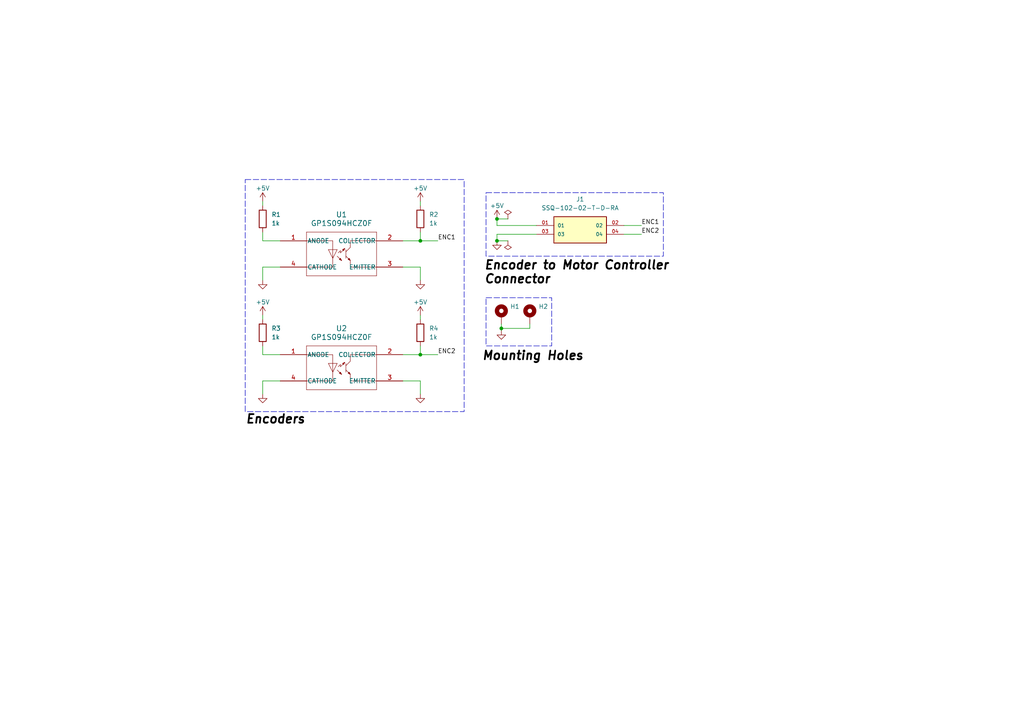
<source format=kicad_sch>
(kicad_sch (version 20230121) (generator eeschema)
  (paper "A4")
  (title_block (title "Encoders") (date "2024-04-21") (rev "1.0") (company "EPFL Xplore") (comment 4 "Author: Ilyas Asmouki"))
  (lib_symbols
    (symbol "Device:R" (pin_numbers hide) (pin_names (offset 0))
      (property "Reference" "R" (at 2.032 0 90))
      (property "Value" "R" (at 0 0 90))
      (symbol "R_0_1"
        (rectangle (start -1.016 -2.54) (end 1.016 2.54) (stroke (width 0.254)))
      )
      (symbol "R_1_1"
        (pin passive line (at 0 3.81 270) (length 1.27) (name "~") (number "1"))
        (pin passive line (at 0 -3.81 90) (length 1.27) (name "~") (number "2"))
      )
    )
    (symbol "GP1S094HCZ0F:GP1S094HCZ0F" (pin_names (offset 0.254))
      (property "Reference" "U" (at -17.78 7.62 0))
      (property "Value" "GP1S094HCZ0F" (at -17.78 5.08 0))
      (symbol "GP1S094HCZ0F_0_1"
        (polyline (pts (xy -27.94 -10.16) (xy -7.62 -10.16)) (stroke (width 0.127)))
        (polyline (pts (xy -27.94 0) (xy -20.32 0)) (stroke (width 0.127)))
        (polyline (pts (xy -27.94 2.54) (xy -27.94 -10.16)) (stroke (width 0.127)))
        (polyline (pts (xy -20.32 -7.62) (xy -27.94 -7.62)) (stroke (width 0.127)))
        (polyline (pts (xy -20.32 -5.715) (xy -20.32 -7.62)) (stroke (width 0.127)))
        (polyline (pts (xy -20.32 -5.715) (xy -20.0025 -5.08)) (stroke (width 0.127)))
        (polyline (pts (xy -20.32 -5.715) (xy -19.685 -5.3975)) (stroke (width 0.127)))
        (polyline (pts (xy -20.32 -1.905) (xy -20.32 0)) (stroke (width 0.127)))
        (polyline (pts (xy -20.0025 -5.08) (xy -19.685 -5.3975)) (stroke (width 0.127)))
        (polyline (pts (xy -19.05 -4.445) (xy -20.32 -5.715)) (stroke (width 0.127)))
        (polyline (pts (xy -19.05 -3.175) (xy -20.32 -1.905)) (stroke (width 0.127)))
        (polyline (pts (xy -19.05 -2.54) (xy -19.05 -5.08)) (stroke (width 0.127)))
        (polyline (pts (xy -18.7325 -2.2225) (xy -18.415 -2.8575)) (stroke (width 0.127)))
        (polyline (pts (xy -18.7325 -2.2225) (xy -18.0975 -2.54)) (stroke (width 0.127)))
        (polyline (pts (xy -18.0975 -2.54) (xy -18.415 -2.8575)) (stroke (width 0.127)))
        (polyline (pts (xy -17.78 -5.715) (xy -17.4625 -5.08)) (stroke (width 0.127)))
        (polyline (pts (xy -17.78 -5.715) (xy -17.145 -5.3975)) (stroke (width 0.127)))
        (polyline (pts (xy -17.4625 -5.08) (xy -17.145 -5.3975)) (stroke (width 0.127)))
        (polyline (pts (xy -17.4625 -3.4925) (xy -18.7325 -2.2225)) (stroke (width 0.127)))
        (polyline (pts (xy -17.4625 -3.4925) (xy -17.4625 -2.8575)) (stroke (width 0.127)))
        (polyline (pts (xy -17.4625 -2.8575) (xy -16.8275 -3.4925)) (stroke (width 0.127)))
        (polyline (pts (xy -16.51 -4.445) (xy -17.78 -5.715)) (stroke (width 0.127)))
        (polyline (pts (xy -16.51 -2.54) (xy -13.97 -2.54)) (stroke (width 0.127)))
        (polyline (pts (xy -15.24 -5.08) (xy -16.51 -2.54)) (stroke (width 0.127)))
        (polyline (pts (xy -15.24 -5.08) (xy -13.97 -2.54)) (stroke (width 0.127)))
        (polyline (pts (xy -15.24 0) (xy -15.24 -7.62)) (stroke (width 0.127)))
        (polyline (pts (xy -15.24 0) (xy -7.62 0)) (stroke (width 0.127)))
        (polyline (pts (xy -7.62 -10.16) (xy -7.62 2.54)) (stroke (width 0.127)))
        (polyline (pts (xy -7.62 -7.62) (xy -15.24 -7.62)) (stroke (width 0.127)))
        (polyline (pts (xy -7.62 2.54) (xy -27.94 2.54)) (stroke (width 0.127)))
        (polyline (pts (xy -20.32 -5.715) (xy -20.0025 -5.08) (xy -19.685 -5.3975)) (fill (type outline)))
        (polyline (pts (xy -18.7325 -2.2225) (xy -18.0975 -2.54) (xy -18.415 -2.8575)) (fill (type outline)))
        (polyline (pts (xy -17.78 -5.715) (xy -17.4625 -5.08) (xy -17.145 -5.3975)) (fill (type outline)))
        (pin unspecified line (at 0 0 180) (length 7.62) (name "ANODE") (number "1"))
        (pin unspecified line (at -35.56 0 0) (length 7.62) (name "COLLECTOR") (number "2"))
        (pin unspecified line (at -35.56 -7.62 0) (length 7.62) (name "EMITTER") (number "3"))
        (pin unspecified line (at 0 -7.62 180) (length 7.62) (name "CATHODE") (number "4"))
      )
    )
    (symbol "Mechanical:MountingHole_Pad" (pin_numbers hide) (pin_names (offset 1.016) hide)
      (property "Reference" "H" (at 0 6.35 0))
      (property "Value" "MountingHole_Pad" (at 0 4.445 0))
      (symbol "MountingHole_Pad_0_1"
        (circle (center 0 1.27) (radius 1.27) (stroke (width 1.27)))
      )
      (symbol "MountingHole_Pad_1_1"
        (pin input line (at 0 -2.54 90) (length 2.54) (name "1") (number "1"))
      )
    )
    (symbol "SSQ-102-02-T-D-RA:SSQ-102-02-T-D-RA" (pin_names (offset 1.016))
      (property "Reference" "J" (at -8.12 5.08 0))
      (property "Value" "SSQ-102-02-T-D-RA" (at -7.62 -5.08 0))
      (symbol "SSQ-102-02-T-D-RA_0_0"
        (rectangle (start -7.62 -2.54) (end 7.62 5.08) (stroke (width 0.254)) (fill (type background)))
        (pin passive line (at -12.7 2.54 0) (length 5.08) (name "01") (number "01"))
        (pin passive line (at 12.7 2.54 180) (length 5.08) (name "02") (number "02"))
        (pin passive line (at -12.7 0 0) (length 5.08) (name "03") (number "03"))
        (pin passive line (at 12.7 0 180) (length 5.08) (name "04") (number "04"))
      )
    )
    (symbol "power:+5V" (power) (pin_names (offset 0))
      (property "Value" "+5V" (at 0 3.556 0))
      (symbol "+5V_0_1"
        (polyline (pts (xy -0.762 1.27) (xy 0 2.54)))
        (polyline (pts (xy 0 0) (xy 0 2.54)))
        (polyline (pts (xy 0 2.54) (xy 0.762 1.27)))
      )
      (symbol "+5V_1_1"
        (pin power_in line (at 0 0 90) (length 0) hide (name "+5V") (number "1"))
      )
    )
    (symbol "power:GND" (power) (pin_names (offset 0))
      (property "Value" "GND" (at 0 -3.81 0))
      (symbol "GND_0_1"
        (polyline (pts (xy 0 0) (xy 0 -1.27) (xy 1.27 -1.27) (xy 0 -2.54) (xy -1.27 -1.27) (xy 0 -1.27)))
      )
      (symbol "GND_1_1"
        (pin power_in line (at 0 0 270) (length 0) hide (name "GND") (number "1"))
      )
    )
    (symbol "power:PWR_FLAG" (power) (pin_numbers hide) (pin_names (offset 0) hide)
      (property "Value" "PWR_FLAG" (at 0 3.81 0))
      (symbol "PWR_FLAG_0_0"
        (pin power_out line (at 0 0 90) (length 0) (name "pwr") (number "1"))
      )
      (symbol "PWR_FLAG_0_1"
        (polyline (pts (xy 0 0) (xy 0 1.27) (xy -1.016 1.905) (xy 0 2.54) (xy 1.016 1.905) (xy 0 1.27)))
      )
    )
  )
  (junction (at 144.145 69.85))
  (junction (at 121.92 102.87))
  (junction (at 145.415 95.25))
  (junction (at 144.145 63.5))
  (junction (at 121.92 69.85))
  (wire (pts (xy 116.84 110.49) (xy 121.92 110.49)))
  (wire (pts (xy 121.92 91.44) (xy 121.92 92.71)))
  (wire (pts (xy 76.2 77.47) (xy 81.28 77.47)))
  (wire (pts (xy 144.145 63.5) (xy 144.145 65.405)))
  (wire (pts (xy 121.92 102.87) (xy 127 102.87)))
  (wire (pts (xy 121.92 69.85) (xy 127 69.85)))
  (wire (pts (xy 76.2 69.85) (xy 81.28 69.85)))
  (wire (pts (xy 153.67 95.25) (xy 145.415 95.25)))
  (wire (pts (xy 153.67 93.98) (xy 153.67 95.25)))
  (wire (pts (xy 145.415 95.885) (xy 145.415 95.25)))
  (wire (pts (xy 76.2 100.33) (xy 76.2 102.87)))
  (wire (pts (xy 76.2 91.44) (xy 76.2 92.71)))
  (wire (pts (xy 121.92 81.28) (xy 121.92 77.47)))
  (wire (pts (xy 76.2 58.42) (xy 76.2 59.69)))
  (wire (pts (xy 121.92 69.85) (xy 116.84 69.85)))
  (wire (pts (xy 121.92 58.42) (xy 121.92 59.69)))
  (wire (pts (xy 76.2 67.31) (xy 76.2 69.85)))
  (wire (pts (xy 76.2 102.87) (xy 81.28 102.87)))
  (wire (pts (xy 121.92 102.87) (xy 116.84 102.87)))
  (wire (pts (xy 144.145 69.85) (xy 144.145 67.945)))
  (wire (pts (xy 121.92 100.33) (xy 121.92 102.87)))
  (wire (pts (xy 144.145 67.945) (xy 155.575 67.945)))
  (wire (pts (xy 144.145 69.85) (xy 147.32 69.85)))
  (wire (pts (xy 76.2 110.49) (xy 81.28 110.49)))
  (wire (pts (xy 76.2 81.28) (xy 76.2 77.47)))
  (wire (pts (xy 145.415 95.25) (xy 145.415 93.98)))
  (wire (pts (xy 180.975 67.945) (xy 186.055 67.945)))
  (wire (pts (xy 144.145 65.405) (xy 155.575 65.405)))
  (wire (pts (xy 121.92 67.31) (xy 121.92 69.85)))
  (wire (pts (xy 76.2 114.3) (xy 76.2 110.49)))
  (wire (pts (xy 180.975 65.405) (xy 186.055 65.405)))
  (wire (pts (xy 144.145 63.5) (xy 147.32 63.5)))
  (wire (pts (xy 121.92 114.3) (xy 121.92 110.49)))
  (wire (pts (xy 116.84 77.47) (xy 121.92 77.47)))
  (rectangle (start 140.97 86.36) (end 160.02 100.33) (stroke (width 0) (type dash)))
  (rectangle (start 71.12 52.07) (end 134.62 119.38) (stroke (width 0) (type dash)))
  (rectangle (start 140.97 55.88) (end 192.405 74.295) (stroke (width 0) (type dash)))
  (text "Encoders" (at 71.12 123.19 0) (effects (font (size 2.5 2.5) (thickness 0.5) bold italic) (justify left bottom)))
  (text "Encoder to Motor Controller\nConnector" (at 140.335 82.55 0) (effects (font (size 2.5 2.5) (thickness 0.5) bold italic) (justify left bottom)))
  (text "Mounting Holes" (at 139.7 104.775 0) (effects (font (size 2.5 2.5) (thickness 0.5) bold italic) (justify left bottom)))
  (label "ENC2" (at 127 102.87 0))
  (label "ENC2" (at 186.055 67.945 0))
  (label "ENC1" (at 186.055 65.405 0))
  (label "ENC1" (at 127 69.85 0))
  (symbol (lib_id "GP1S094HCZ0F:GP1S094HCZ0F") (at 81.28 69.85 0) (mirror y) (unit 1)
    (property "Reference" "U1" (at 99.06 62.23 0) (effects (font (size 1.524 1.524))))
    (property "Value" "GP1S094HCZ0F" (at 99.06 64.77 0) (effects (font (size 1.524 1.524))))
    (property "Footprint" "GP1S094HCZ0F:GP1S094HCZ0F" (effects hide))
    (property "Datasheet" "GP1S094HCZ0F" (effects hide))
  )
  (symbol (lib_id "power:PWR_FLAG") (at 147.32 69.85 180) (unit 1)
    (property "Reference" "#FLG02" (effects hide))
    (property "Value" "PWR_FLAG" (effects hide))
  )
  (symbol (lib_id "power:+5V") (at 121.92 91.44 0) (unit 1)
    (property "Reference" "#PWR09" (effects hide))
    (property "Value" "+5V" (at 121.92 87.63 0))
  )
  (symbol (lib_id "Device:R") (at 121.92 63.5 0) (unit 1)
    (property "Reference" "R2" (at 124.46 62.23 0) (effects (justify left)))
    (property "Value" "1k" (at 124.46 64.77 0) (effects (justify left)))
    (property "Footprint" "Resistor_SMD:R_0402_1005Metric" (effects hide))
  )
  (symbol (lib_id "Device:R") (at 76.2 96.52 0) (unit 1)
    (property "Reference" "R3" (at 78.74 95.25 0) (effects (justify left)))
    (property "Value" "1k" (at 78.74 97.79 0) (effects (justify left)))
    (property "Footprint" "Resistor_SMD:R_0402_1005Metric" (effects hide))
  )
  (symbol (lib_id "power:+5V") (at 76.2 58.42 0) (unit 1)
    (property "Reference" "#PWR01" (effects hide))
    (property "Value" "+5V" (at 76.2 54.61 0))
  )
  (symbol (lib_id "power:PWR_FLAG") (at 147.32 63.5 0) (unit 1)
    (property "Reference" "#FLG01" (effects hide))
    (property "Value" "PWR_FLAG" (effects hide))
  )
  (symbol (lib_id "SSQ-102-02-T-D-RA:SSQ-102-02-T-D-RA") (at 168.275 67.945 0) (unit 1)
    (property "Reference" "J1" (at 168.275 57.785 0))
    (property "Value" "SSQ-102-02-T-D-RA" (at 168.275 60.325 0))
    (property "Footprint" "SSQ-102-02-T-D-RA:SAMTEC_SSQ-102-02-T-D-RA" (effects hide))
    (property "PARTREV" "R" (effects hide))
    (property "STANDARD" "Manufacturer Recommendations" (effects hide))
    (property "MANUFACTURER" "Samtec Inc." (effects hide))
  )
  (symbol (lib_id "power:GND") (at 121.92 114.3 0) (unit 1)
    (property "Reference" "#PWR011" (effects hide))
    (property "Value" "GND" (effects hide))
  )
  (symbol (lib_id "GP1S094HCZ0F:GP1S094HCZ0F") (at 81.28 102.87 0) (mirror y) (unit 1)
    (property "Reference" "U2" (at 99.06 95.25 0) (effects (font (size 1.524 1.524))))
    (property "Value" "GP1S094HCZ0F" (at 99.06 97.79 0) (effects (font (size 1.524 1.524))))
    (property "Footprint" "GP1S094HCZ0F:GP1S094HCZ0F" (effects hide))
    (property "Datasheet" "GP1S094HCZ0F" (effects hide))
  )
  (symbol (lib_id "power:+5V") (at 76.2 91.44 0) (unit 1)
    (property "Reference" "#PWR08" (effects hide))
    (property "Value" "+5V" (at 76.2 87.63 0))
  )
  (symbol (lib_id "power:+5V") (at 121.92 58.42 0) (unit 1)
    (property "Reference" "#PWR04" (effects hide))
    (property "Value" "+5V" (at 121.92 54.61 0))
  )
  (symbol (lib_id "power:+5V") (at 144.145 63.5 0) (unit 1)
    (property "Reference" "#PWR05" (effects hide))
    (property "Value" "+5V" (at 144.145 59.69 0))
  )
  (symbol (lib_id "power:GND") (at 121.92 81.28 0) (unit 1)
    (property "Reference" "#PWR03" (effects hide))
    (property "Value" "GND" (effects hide))
  )
  (symbol (lib_id "power:GND") (at 145.415 95.885 0) (unit 1)
    (property "Reference" "#PWR07" (effects hide))
    (property "Value" "GND" (effects hide))
  )
  (symbol (lib_id "Mechanical:MountingHole_Pad") (at 145.415 91.44 0) (unit 1)
    (property "Reference" "H1" (at 147.955 88.9 0) (effects (justify left)))
    (property "Value" "MountingHole_Pad" (effects hide))
    (property "Footprint" "MountingHole:MountingHole_2.2mm_M2_ISO7380_Pad_TopBottom" (effects hide))
  )
  (symbol (lib_id "Device:R") (at 76.2 63.5 0) (unit 1)
    (property "Reference" "R1" (at 78.74 62.23 0) (effects (justify left)))
    (property "Value" "1k" (at 78.74 64.77 0) (effects (justify left)))
    (property "Footprint" "Resistor_SMD:R_0402_1005Metric" (effects hide))
  )
  (symbol (lib_id "power:GND") (at 76.2 114.3 0) (unit 1)
    (property "Reference" "#PWR010" (effects hide))
    (property "Value" "GND" (effects hide))
  )
  (symbol (lib_id "Mechanical:MountingHole_Pad") (at 153.67 91.44 0) (unit 1)
    (property "Reference" "H2" (at 156.21 88.9 0) (effects (justify left)))
    (property "Value" "MountingHole_Pad" (effects hide))
    (property "Footprint" "MountingHole:MountingHole_2.2mm_M2_ISO7380_Pad_TopBottom" (effects hide))
  )
  (symbol (lib_id "Device:R") (at 121.92 96.52 0) (unit 1)
    (property "Reference" "R4" (at 124.46 95.25 0) (effects (justify left)))
    (property "Value" "1k" (at 124.46 97.79 0) (effects (justify left)))
    (property "Footprint" "Resistor_SMD:R_0402_1005Metric" (effects hide))
  )
  (symbol (lib_id "power:GND") (at 144.145 69.85 0) (unit 1)
    (property "Reference" "#PWR06" (effects hide))
    (property "Value" "GND" (effects hide))
  )
  (symbol (lib_id "power:GND") (at 76.2 81.28 0) (unit 1)
    (property "Reference" "#PWR02" (effects hide))
    (property "Value" "GND" (effects hide))
  )
)
</source>
